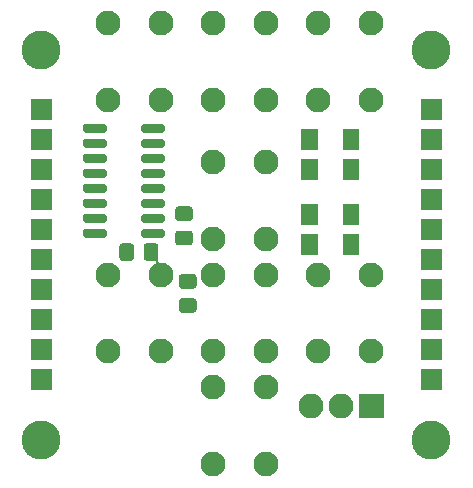
<source format=gbr>
G04 #@! TF.GenerationSoftware,KiCad,Pcbnew,(5.1.8)-1*
G04 #@! TF.CreationDate,2020-11-07T15:34:37+03:00*
G04 #@! TF.ProjectId,ArrowKbd,4172726f-774b-4626-942e-6b696361645f,rev?*
G04 #@! TF.SameCoordinates,Original*
G04 #@! TF.FileFunction,Soldermask,Bot*
G04 #@! TF.FilePolarity,Negative*
%FSLAX46Y46*%
G04 Gerber Fmt 4.6, Leading zero omitted, Abs format (unit mm)*
G04 Created by KiCad (PCBNEW (5.1.8)-1) date 2020-11-07 15:34:37*
%MOMM*%
%LPD*%
G01*
G04 APERTURE LIST*
%ADD10C,3.302000*%
%ADD11O,2.102000X2.102000*%
%ADD12C,2.102000*%
%ADD13C,0.100000*%
G04 APERTURE END LIST*
D10*
X92710000Y-54610000D03*
X92710000Y-87630000D03*
X125730000Y-54610000D03*
X125730000Y-87630000D03*
G36*
G01*
X124829000Y-83400000D02*
X124829000Y-81700000D01*
G75*
G02*
X124880000Y-81649000I51000J0D01*
G01*
X126580000Y-81649000D01*
G75*
G02*
X126631000Y-81700000I0J-51000D01*
G01*
X126631000Y-83400000D01*
G75*
G02*
X126580000Y-83451000I-51000J0D01*
G01*
X124880000Y-83451000D01*
G75*
G02*
X124829000Y-83400000I0J51000D01*
G01*
G37*
G36*
G01*
X124829000Y-80860000D02*
X124829000Y-79160000D01*
G75*
G02*
X124880000Y-79109000I51000J0D01*
G01*
X126580000Y-79109000D01*
G75*
G02*
X126631000Y-79160000I0J-51000D01*
G01*
X126631000Y-80860000D01*
G75*
G02*
X126580000Y-80911000I-51000J0D01*
G01*
X124880000Y-80911000D01*
G75*
G02*
X124829000Y-80860000I0J51000D01*
G01*
G37*
G36*
G01*
X124829000Y-78320000D02*
X124829000Y-76620000D01*
G75*
G02*
X124880000Y-76569000I51000J0D01*
G01*
X126580000Y-76569000D01*
G75*
G02*
X126631000Y-76620000I0J-51000D01*
G01*
X126631000Y-78320000D01*
G75*
G02*
X126580000Y-78371000I-51000J0D01*
G01*
X124880000Y-78371000D01*
G75*
G02*
X124829000Y-78320000I0J51000D01*
G01*
G37*
G36*
G01*
X124829000Y-75780000D02*
X124829000Y-74080000D01*
G75*
G02*
X124880000Y-74029000I51000J0D01*
G01*
X126580000Y-74029000D01*
G75*
G02*
X126631000Y-74080000I0J-51000D01*
G01*
X126631000Y-75780000D01*
G75*
G02*
X126580000Y-75831000I-51000J0D01*
G01*
X124880000Y-75831000D01*
G75*
G02*
X124829000Y-75780000I0J51000D01*
G01*
G37*
G36*
G01*
X124829000Y-73240000D02*
X124829000Y-71540000D01*
G75*
G02*
X124880000Y-71489000I51000J0D01*
G01*
X126580000Y-71489000D01*
G75*
G02*
X126631000Y-71540000I0J-51000D01*
G01*
X126631000Y-73240000D01*
G75*
G02*
X126580000Y-73291000I-51000J0D01*
G01*
X124880000Y-73291000D01*
G75*
G02*
X124829000Y-73240000I0J51000D01*
G01*
G37*
G36*
G01*
X124829000Y-70700000D02*
X124829000Y-69000000D01*
G75*
G02*
X124880000Y-68949000I51000J0D01*
G01*
X126580000Y-68949000D01*
G75*
G02*
X126631000Y-69000000I0J-51000D01*
G01*
X126631000Y-70700000D01*
G75*
G02*
X126580000Y-70751000I-51000J0D01*
G01*
X124880000Y-70751000D01*
G75*
G02*
X124829000Y-70700000I0J51000D01*
G01*
G37*
G36*
G01*
X124829000Y-68160000D02*
X124829000Y-66460000D01*
G75*
G02*
X124880000Y-66409000I51000J0D01*
G01*
X126580000Y-66409000D01*
G75*
G02*
X126631000Y-66460000I0J-51000D01*
G01*
X126631000Y-68160000D01*
G75*
G02*
X126580000Y-68211000I-51000J0D01*
G01*
X124880000Y-68211000D01*
G75*
G02*
X124829000Y-68160000I0J51000D01*
G01*
G37*
G36*
G01*
X124829000Y-65620000D02*
X124829000Y-63920000D01*
G75*
G02*
X124880000Y-63869000I51000J0D01*
G01*
X126580000Y-63869000D01*
G75*
G02*
X126631000Y-63920000I0J-51000D01*
G01*
X126631000Y-65620000D01*
G75*
G02*
X126580000Y-65671000I-51000J0D01*
G01*
X124880000Y-65671000D01*
G75*
G02*
X124829000Y-65620000I0J51000D01*
G01*
G37*
G36*
G01*
X124829000Y-63080000D02*
X124829000Y-61380000D01*
G75*
G02*
X124880000Y-61329000I51000J0D01*
G01*
X126580000Y-61329000D01*
G75*
G02*
X126631000Y-61380000I0J-51000D01*
G01*
X126631000Y-63080000D01*
G75*
G02*
X126580000Y-63131000I-51000J0D01*
G01*
X124880000Y-63131000D01*
G75*
G02*
X124829000Y-63080000I0J51000D01*
G01*
G37*
G36*
G01*
X124829000Y-60540000D02*
X124829000Y-58840000D01*
G75*
G02*
X124880000Y-58789000I51000J0D01*
G01*
X126580000Y-58789000D01*
G75*
G02*
X126631000Y-58840000I0J-51000D01*
G01*
X126631000Y-60540000D01*
G75*
G02*
X126580000Y-60591000I-51000J0D01*
G01*
X124880000Y-60591000D01*
G75*
G02*
X124829000Y-60540000I0J51000D01*
G01*
G37*
G36*
G01*
X91809000Y-63080000D02*
X91809000Y-61380000D01*
G75*
G02*
X91860000Y-61329000I51000J0D01*
G01*
X93560000Y-61329000D01*
G75*
G02*
X93611000Y-61380000I0J-51000D01*
G01*
X93611000Y-63080000D01*
G75*
G02*
X93560000Y-63131000I-51000J0D01*
G01*
X91860000Y-63131000D01*
G75*
G02*
X91809000Y-63080000I0J51000D01*
G01*
G37*
G36*
G01*
X91809000Y-65620000D02*
X91809000Y-63920000D01*
G75*
G02*
X91860000Y-63869000I51000J0D01*
G01*
X93560000Y-63869000D01*
G75*
G02*
X93611000Y-63920000I0J-51000D01*
G01*
X93611000Y-65620000D01*
G75*
G02*
X93560000Y-65671000I-51000J0D01*
G01*
X91860000Y-65671000D01*
G75*
G02*
X91809000Y-65620000I0J51000D01*
G01*
G37*
G36*
G01*
X91809000Y-68160000D02*
X91809000Y-66460000D01*
G75*
G02*
X91860000Y-66409000I51000J0D01*
G01*
X93560000Y-66409000D01*
G75*
G02*
X93611000Y-66460000I0J-51000D01*
G01*
X93611000Y-68160000D01*
G75*
G02*
X93560000Y-68211000I-51000J0D01*
G01*
X91860000Y-68211000D01*
G75*
G02*
X91809000Y-68160000I0J51000D01*
G01*
G37*
G36*
G01*
X91809000Y-70700000D02*
X91809000Y-69000000D01*
G75*
G02*
X91860000Y-68949000I51000J0D01*
G01*
X93560000Y-68949000D01*
G75*
G02*
X93611000Y-69000000I0J-51000D01*
G01*
X93611000Y-70700000D01*
G75*
G02*
X93560000Y-70751000I-51000J0D01*
G01*
X91860000Y-70751000D01*
G75*
G02*
X91809000Y-70700000I0J51000D01*
G01*
G37*
G36*
G01*
X91809000Y-73240000D02*
X91809000Y-71540000D01*
G75*
G02*
X91860000Y-71489000I51000J0D01*
G01*
X93560000Y-71489000D01*
G75*
G02*
X93611000Y-71540000I0J-51000D01*
G01*
X93611000Y-73240000D01*
G75*
G02*
X93560000Y-73291000I-51000J0D01*
G01*
X91860000Y-73291000D01*
G75*
G02*
X91809000Y-73240000I0J51000D01*
G01*
G37*
G36*
G01*
X91809000Y-75780000D02*
X91809000Y-74080000D01*
G75*
G02*
X91860000Y-74029000I51000J0D01*
G01*
X93560000Y-74029000D01*
G75*
G02*
X93611000Y-74080000I0J-51000D01*
G01*
X93611000Y-75780000D01*
G75*
G02*
X93560000Y-75831000I-51000J0D01*
G01*
X91860000Y-75831000D01*
G75*
G02*
X91809000Y-75780000I0J51000D01*
G01*
G37*
G36*
G01*
X91809000Y-78320000D02*
X91809000Y-76620000D01*
G75*
G02*
X91860000Y-76569000I51000J0D01*
G01*
X93560000Y-76569000D01*
G75*
G02*
X93611000Y-76620000I0J-51000D01*
G01*
X93611000Y-78320000D01*
G75*
G02*
X93560000Y-78371000I-51000J0D01*
G01*
X91860000Y-78371000D01*
G75*
G02*
X91809000Y-78320000I0J51000D01*
G01*
G37*
G36*
G01*
X91809000Y-80860000D02*
X91809000Y-79160000D01*
G75*
G02*
X91860000Y-79109000I51000J0D01*
G01*
X93560000Y-79109000D01*
G75*
G02*
X93611000Y-79160000I0J-51000D01*
G01*
X93611000Y-80860000D01*
G75*
G02*
X93560000Y-80911000I-51000J0D01*
G01*
X91860000Y-80911000D01*
G75*
G02*
X91809000Y-80860000I0J51000D01*
G01*
G37*
G36*
G01*
X91809000Y-60540000D02*
X91809000Y-58840000D01*
G75*
G02*
X91860000Y-58789000I51000J0D01*
G01*
X93560000Y-58789000D01*
G75*
G02*
X93611000Y-58840000I0J-51000D01*
G01*
X93611000Y-60540000D01*
G75*
G02*
X93560000Y-60591000I-51000J0D01*
G01*
X91860000Y-60591000D01*
G75*
G02*
X91809000Y-60540000I0J51000D01*
G01*
G37*
G36*
G01*
X91809000Y-83400000D02*
X91809000Y-81700000D01*
G75*
G02*
X91860000Y-81649000I51000J0D01*
G01*
X93560000Y-81649000D01*
G75*
G02*
X93611000Y-81700000I0J-51000D01*
G01*
X93611000Y-83400000D01*
G75*
G02*
X93560000Y-83451000I-51000J0D01*
G01*
X91860000Y-83451000D01*
G75*
G02*
X91809000Y-83400000I0J51000D01*
G01*
G37*
G36*
G01*
X105253828Y-71183500D02*
X104296172Y-71183500D01*
G75*
G02*
X104024000Y-70911328I0J272172D01*
G01*
X104024000Y-70203672D01*
G75*
G02*
X104296172Y-69931500I272172J0D01*
G01*
X105253828Y-69931500D01*
G75*
G02*
X105526000Y-70203672I0J-272172D01*
G01*
X105526000Y-70911328D01*
G75*
G02*
X105253828Y-71183500I-272172J0D01*
G01*
G37*
G36*
G01*
X105253828Y-69133500D02*
X104296172Y-69133500D01*
G75*
G02*
X104024000Y-68861328I0J272172D01*
G01*
X104024000Y-68153672D01*
G75*
G02*
X104296172Y-67881500I272172J0D01*
G01*
X105253828Y-67881500D01*
G75*
G02*
X105526000Y-68153672I0J-272172D01*
G01*
X105526000Y-68861328D01*
G75*
G02*
X105253828Y-69133500I-272172J0D01*
G01*
G37*
G36*
G01*
X118206500Y-71970000D02*
X118206500Y-70270000D01*
G75*
G02*
X118257500Y-70219000I51000J0D01*
G01*
X119557500Y-70219000D01*
G75*
G02*
X119608500Y-70270000I0J-51000D01*
G01*
X119608500Y-71970000D01*
G75*
G02*
X119557500Y-72021000I-51000J0D01*
G01*
X118257500Y-72021000D01*
G75*
G02*
X118206500Y-71970000I0J51000D01*
G01*
G37*
G36*
G01*
X114706500Y-71970000D02*
X114706500Y-70270000D01*
G75*
G02*
X114757500Y-70219000I51000J0D01*
G01*
X116057500Y-70219000D01*
G75*
G02*
X116108500Y-70270000I0J-51000D01*
G01*
X116108500Y-71970000D01*
G75*
G02*
X116057500Y-72021000I-51000J0D01*
G01*
X114757500Y-72021000D01*
G75*
G02*
X114706500Y-71970000I0J51000D01*
G01*
G37*
G36*
G01*
X114706500Y-69430000D02*
X114706500Y-67730000D01*
G75*
G02*
X114757500Y-67679000I51000J0D01*
G01*
X116057500Y-67679000D01*
G75*
G02*
X116108500Y-67730000I0J-51000D01*
G01*
X116108500Y-69430000D01*
G75*
G02*
X116057500Y-69481000I-51000J0D01*
G01*
X114757500Y-69481000D01*
G75*
G02*
X114706500Y-69430000I0J51000D01*
G01*
G37*
G36*
G01*
X118206500Y-69430000D02*
X118206500Y-67730000D01*
G75*
G02*
X118257500Y-67679000I51000J0D01*
G01*
X119557500Y-67679000D01*
G75*
G02*
X119608500Y-67730000I0J-51000D01*
G01*
X119608500Y-69430000D01*
G75*
G02*
X119557500Y-69481000I-51000J0D01*
G01*
X118257500Y-69481000D01*
G75*
G02*
X118206500Y-69430000I0J51000D01*
G01*
G37*
G36*
G01*
X114706500Y-65620000D02*
X114706500Y-63920000D01*
G75*
G02*
X114757500Y-63869000I51000J0D01*
G01*
X116057500Y-63869000D01*
G75*
G02*
X116108500Y-63920000I0J-51000D01*
G01*
X116108500Y-65620000D01*
G75*
G02*
X116057500Y-65671000I-51000J0D01*
G01*
X114757500Y-65671000D01*
G75*
G02*
X114706500Y-65620000I0J51000D01*
G01*
G37*
G36*
G01*
X118206500Y-65620000D02*
X118206500Y-63920000D01*
G75*
G02*
X118257500Y-63869000I51000J0D01*
G01*
X119557500Y-63869000D01*
G75*
G02*
X119608500Y-63920000I0J-51000D01*
G01*
X119608500Y-65620000D01*
G75*
G02*
X119557500Y-65671000I-51000J0D01*
G01*
X118257500Y-65671000D01*
G75*
G02*
X118206500Y-65620000I0J51000D01*
G01*
G37*
G36*
G01*
X118206500Y-63080000D02*
X118206500Y-61380000D01*
G75*
G02*
X118257500Y-61329000I51000J0D01*
G01*
X119557500Y-61329000D01*
G75*
G02*
X119608500Y-61380000I0J-51000D01*
G01*
X119608500Y-63080000D01*
G75*
G02*
X119557500Y-63131000I-51000J0D01*
G01*
X118257500Y-63131000D01*
G75*
G02*
X118206500Y-63080000I0J51000D01*
G01*
G37*
G36*
G01*
X114706500Y-63080000D02*
X114706500Y-61380000D01*
G75*
G02*
X114757500Y-61329000I51000J0D01*
G01*
X116057500Y-61329000D01*
G75*
G02*
X116108500Y-61380000I0J-51000D01*
G01*
X116108500Y-63080000D01*
G75*
G02*
X116057500Y-63131000I-51000J0D01*
G01*
X114757500Y-63131000D01*
G75*
G02*
X114706500Y-63080000I0J51000D01*
G01*
G37*
G36*
G01*
X119650000Y-83721500D02*
X121650000Y-83721500D01*
G75*
G02*
X121701000Y-83772500I0J-51000D01*
G01*
X121701000Y-85772500D01*
G75*
G02*
X121650000Y-85823500I-51000J0D01*
G01*
X119650000Y-85823500D01*
G75*
G02*
X119599000Y-85772500I0J51000D01*
G01*
X119599000Y-83772500D01*
G75*
G02*
X119650000Y-83721500I51000J0D01*
G01*
G37*
D11*
X118110000Y-84772500D03*
X115570000Y-84772500D03*
G36*
G01*
X104613672Y-75646500D02*
X105571328Y-75646500D01*
G75*
G02*
X105843500Y-75918672I0J-272172D01*
G01*
X105843500Y-76626328D01*
G75*
G02*
X105571328Y-76898500I-272172J0D01*
G01*
X104613672Y-76898500D01*
G75*
G02*
X104341500Y-76626328I0J272172D01*
G01*
X104341500Y-75918672D01*
G75*
G02*
X104613672Y-75646500I272172J0D01*
G01*
G37*
G36*
G01*
X104613672Y-73596500D02*
X105571328Y-73596500D01*
G75*
G02*
X105843500Y-73868672I0J-272172D01*
G01*
X105843500Y-74576328D01*
G75*
G02*
X105571328Y-74848500I-272172J0D01*
G01*
X104613672Y-74848500D01*
G75*
G02*
X104341500Y-74576328I0J272172D01*
G01*
X104341500Y-73868672D01*
G75*
G02*
X104613672Y-73596500I272172J0D01*
G01*
G37*
G36*
G01*
X99314000Y-72233828D02*
X99314000Y-71276172D01*
G75*
G02*
X99586172Y-71004000I272172J0D01*
G01*
X100293828Y-71004000D01*
G75*
G02*
X100566000Y-71276172I0J-272172D01*
G01*
X100566000Y-72233828D01*
G75*
G02*
X100293828Y-72506000I-272172J0D01*
G01*
X99586172Y-72506000D01*
G75*
G02*
X99314000Y-72233828I0J272172D01*
G01*
G37*
G36*
G01*
X101364000Y-72233828D02*
X101364000Y-71276172D01*
G75*
G02*
X101636172Y-71004000I272172J0D01*
G01*
X102343828Y-71004000D01*
G75*
G02*
X102616000Y-71276172I0J-272172D01*
G01*
X102616000Y-72233828D01*
G75*
G02*
X102343828Y-72506000I-272172J0D01*
G01*
X101636172Y-72506000D01*
G75*
G02*
X101364000Y-72233828I0J272172D01*
G01*
G37*
D12*
X102870000Y-80160000D03*
X98370000Y-80160000D03*
X102870000Y-73660000D03*
X98370000Y-73660000D03*
X116150000Y-73660000D03*
X120650000Y-73660000D03*
X116150000Y-80160000D03*
X120650000Y-80160000D03*
X111760000Y-80160000D03*
X107260000Y-80160000D03*
X111760000Y-73660000D03*
X107260000Y-73660000D03*
X107260000Y-83185000D03*
X111760000Y-83185000D03*
X107260000Y-89685000D03*
X111760000Y-89685000D03*
X102870000Y-58887500D03*
X98370000Y-58887500D03*
X102870000Y-52387500D03*
X98370000Y-52387500D03*
X116150000Y-52387500D03*
X120650000Y-52387500D03*
X116150000Y-58887500D03*
X120650000Y-58887500D03*
X107260000Y-52387500D03*
X111760000Y-52387500D03*
X107260000Y-58887500D03*
X111760000Y-58887500D03*
X111760000Y-70635000D03*
X107260000Y-70635000D03*
X111760000Y-64135000D03*
X107260000Y-64135000D03*
G36*
G01*
X96194000Y-70343000D02*
X96194000Y-69992000D01*
G75*
G02*
X96369500Y-69816500I175500J0D01*
G01*
X98070500Y-69816500D01*
G75*
G02*
X98246000Y-69992000I0J-175500D01*
G01*
X98246000Y-70343000D01*
G75*
G02*
X98070500Y-70518500I-175500J0D01*
G01*
X96369500Y-70518500D01*
G75*
G02*
X96194000Y-70343000I0J175500D01*
G01*
G37*
G36*
G01*
X96194000Y-69073000D02*
X96194000Y-68722000D01*
G75*
G02*
X96369500Y-68546500I175500J0D01*
G01*
X98070500Y-68546500D01*
G75*
G02*
X98246000Y-68722000I0J-175500D01*
G01*
X98246000Y-69073000D01*
G75*
G02*
X98070500Y-69248500I-175500J0D01*
G01*
X96369500Y-69248500D01*
G75*
G02*
X96194000Y-69073000I0J175500D01*
G01*
G37*
G36*
G01*
X96194000Y-67803000D02*
X96194000Y-67452000D01*
G75*
G02*
X96369500Y-67276500I175500J0D01*
G01*
X98070500Y-67276500D01*
G75*
G02*
X98246000Y-67452000I0J-175500D01*
G01*
X98246000Y-67803000D01*
G75*
G02*
X98070500Y-67978500I-175500J0D01*
G01*
X96369500Y-67978500D01*
G75*
G02*
X96194000Y-67803000I0J175500D01*
G01*
G37*
G36*
G01*
X96194000Y-66533000D02*
X96194000Y-66182000D01*
G75*
G02*
X96369500Y-66006500I175500J0D01*
G01*
X98070500Y-66006500D01*
G75*
G02*
X98246000Y-66182000I0J-175500D01*
G01*
X98246000Y-66533000D01*
G75*
G02*
X98070500Y-66708500I-175500J0D01*
G01*
X96369500Y-66708500D01*
G75*
G02*
X96194000Y-66533000I0J175500D01*
G01*
G37*
G36*
G01*
X96194000Y-65263000D02*
X96194000Y-64912000D01*
G75*
G02*
X96369500Y-64736500I175500J0D01*
G01*
X98070500Y-64736500D01*
G75*
G02*
X98246000Y-64912000I0J-175500D01*
G01*
X98246000Y-65263000D01*
G75*
G02*
X98070500Y-65438500I-175500J0D01*
G01*
X96369500Y-65438500D01*
G75*
G02*
X96194000Y-65263000I0J175500D01*
G01*
G37*
G36*
G01*
X96194000Y-63993000D02*
X96194000Y-63642000D01*
G75*
G02*
X96369500Y-63466500I175500J0D01*
G01*
X98070500Y-63466500D01*
G75*
G02*
X98246000Y-63642000I0J-175500D01*
G01*
X98246000Y-63993000D01*
G75*
G02*
X98070500Y-64168500I-175500J0D01*
G01*
X96369500Y-64168500D01*
G75*
G02*
X96194000Y-63993000I0J175500D01*
G01*
G37*
G36*
G01*
X96194000Y-62723000D02*
X96194000Y-62372000D01*
G75*
G02*
X96369500Y-62196500I175500J0D01*
G01*
X98070500Y-62196500D01*
G75*
G02*
X98246000Y-62372000I0J-175500D01*
G01*
X98246000Y-62723000D01*
G75*
G02*
X98070500Y-62898500I-175500J0D01*
G01*
X96369500Y-62898500D01*
G75*
G02*
X96194000Y-62723000I0J175500D01*
G01*
G37*
G36*
G01*
X96194000Y-61453000D02*
X96194000Y-61102000D01*
G75*
G02*
X96369500Y-60926500I175500J0D01*
G01*
X98070500Y-60926500D01*
G75*
G02*
X98246000Y-61102000I0J-175500D01*
G01*
X98246000Y-61453000D01*
G75*
G02*
X98070500Y-61628500I-175500J0D01*
G01*
X96369500Y-61628500D01*
G75*
G02*
X96194000Y-61453000I0J175500D01*
G01*
G37*
G36*
G01*
X101144000Y-61453000D02*
X101144000Y-61102000D01*
G75*
G02*
X101319500Y-60926500I175500J0D01*
G01*
X103020500Y-60926500D01*
G75*
G02*
X103196000Y-61102000I0J-175500D01*
G01*
X103196000Y-61453000D01*
G75*
G02*
X103020500Y-61628500I-175500J0D01*
G01*
X101319500Y-61628500D01*
G75*
G02*
X101144000Y-61453000I0J175500D01*
G01*
G37*
G36*
G01*
X101144000Y-62723000D02*
X101144000Y-62372000D01*
G75*
G02*
X101319500Y-62196500I175500J0D01*
G01*
X103020500Y-62196500D01*
G75*
G02*
X103196000Y-62372000I0J-175500D01*
G01*
X103196000Y-62723000D01*
G75*
G02*
X103020500Y-62898500I-175500J0D01*
G01*
X101319500Y-62898500D01*
G75*
G02*
X101144000Y-62723000I0J175500D01*
G01*
G37*
G36*
G01*
X101144000Y-63993000D02*
X101144000Y-63642000D01*
G75*
G02*
X101319500Y-63466500I175500J0D01*
G01*
X103020500Y-63466500D01*
G75*
G02*
X103196000Y-63642000I0J-175500D01*
G01*
X103196000Y-63993000D01*
G75*
G02*
X103020500Y-64168500I-175500J0D01*
G01*
X101319500Y-64168500D01*
G75*
G02*
X101144000Y-63993000I0J175500D01*
G01*
G37*
G36*
G01*
X101144000Y-65263000D02*
X101144000Y-64912000D01*
G75*
G02*
X101319500Y-64736500I175500J0D01*
G01*
X103020500Y-64736500D01*
G75*
G02*
X103196000Y-64912000I0J-175500D01*
G01*
X103196000Y-65263000D01*
G75*
G02*
X103020500Y-65438500I-175500J0D01*
G01*
X101319500Y-65438500D01*
G75*
G02*
X101144000Y-65263000I0J175500D01*
G01*
G37*
G36*
G01*
X101144000Y-66533000D02*
X101144000Y-66182000D01*
G75*
G02*
X101319500Y-66006500I175500J0D01*
G01*
X103020500Y-66006500D01*
G75*
G02*
X103196000Y-66182000I0J-175500D01*
G01*
X103196000Y-66533000D01*
G75*
G02*
X103020500Y-66708500I-175500J0D01*
G01*
X101319500Y-66708500D01*
G75*
G02*
X101144000Y-66533000I0J175500D01*
G01*
G37*
G36*
G01*
X101144000Y-67803000D02*
X101144000Y-67452000D01*
G75*
G02*
X101319500Y-67276500I175500J0D01*
G01*
X103020500Y-67276500D01*
G75*
G02*
X103196000Y-67452000I0J-175500D01*
G01*
X103196000Y-67803000D01*
G75*
G02*
X103020500Y-67978500I-175500J0D01*
G01*
X101319500Y-67978500D01*
G75*
G02*
X101144000Y-67803000I0J175500D01*
G01*
G37*
G36*
G01*
X101144000Y-69073000D02*
X101144000Y-68722000D01*
G75*
G02*
X101319500Y-68546500I175500J0D01*
G01*
X103020500Y-68546500D01*
G75*
G02*
X103196000Y-68722000I0J-175500D01*
G01*
X103196000Y-69073000D01*
G75*
G02*
X103020500Y-69248500I-175500J0D01*
G01*
X101319500Y-69248500D01*
G75*
G02*
X101144000Y-69073000I0J175500D01*
G01*
G37*
G36*
G01*
X101144000Y-70343000D02*
X101144000Y-69992000D01*
G75*
G02*
X101319500Y-69816500I175500J0D01*
G01*
X103020500Y-69816500D01*
G75*
G02*
X103196000Y-69992000I0J-175500D01*
G01*
X103196000Y-70343000D01*
G75*
G02*
X103020500Y-70518500I-175500J0D01*
G01*
X101319500Y-70518500D01*
G75*
G02*
X101144000Y-70343000I0J175500D01*
G01*
G37*
D13*
G36*
X102617165Y-72232202D02*
G01*
X102618000Y-72233828D01*
X102618000Y-72298340D01*
X102617990Y-72298536D01*
X102613525Y-72343874D01*
X102613449Y-72344259D01*
X102602016Y-72381946D01*
X102601866Y-72382308D01*
X102583298Y-72417046D01*
X102583080Y-72417372D01*
X102573832Y-72428642D01*
X102560383Y-72448769D01*
X102551157Y-72471043D01*
X102546452Y-72494693D01*
X102546452Y-72518799D01*
X102551156Y-72542450D01*
X102560382Y-72564724D01*
X102573777Y-72584771D01*
X102590824Y-72601818D01*
X102610871Y-72615213D01*
X102633145Y-72624439D01*
X102656795Y-72629144D01*
X102681100Y-72629144D01*
X102681100Y-72629248D01*
X102682720Y-72629958D01*
X102682941Y-72631946D01*
X102681499Y-72633105D01*
X102565493Y-72656180D01*
X102376486Y-72734469D01*
X102374503Y-72734208D01*
X102373738Y-72732360D01*
X102374452Y-72731075D01*
X102390426Y-72717966D01*
X102405721Y-72699329D01*
X102417086Y-72678065D01*
X102424086Y-72654990D01*
X102426449Y-72630999D01*
X102424086Y-72607008D01*
X102417086Y-72583933D01*
X102405721Y-72562669D01*
X102390426Y-72544032D01*
X102371789Y-72528737D01*
X102350525Y-72517372D01*
X102327450Y-72510372D01*
X102303263Y-72507990D01*
X102301637Y-72506825D01*
X102301833Y-72504835D01*
X102303459Y-72504000D01*
X102343734Y-72504000D01*
X102396531Y-72498800D01*
X102447215Y-72483425D01*
X102493923Y-72458460D01*
X102534862Y-72424862D01*
X102568460Y-72383923D01*
X102593425Y-72337215D01*
X102608800Y-72286531D01*
X102614010Y-72233632D01*
X102615175Y-72232006D01*
X102617165Y-72232202D01*
G37*
M02*

</source>
